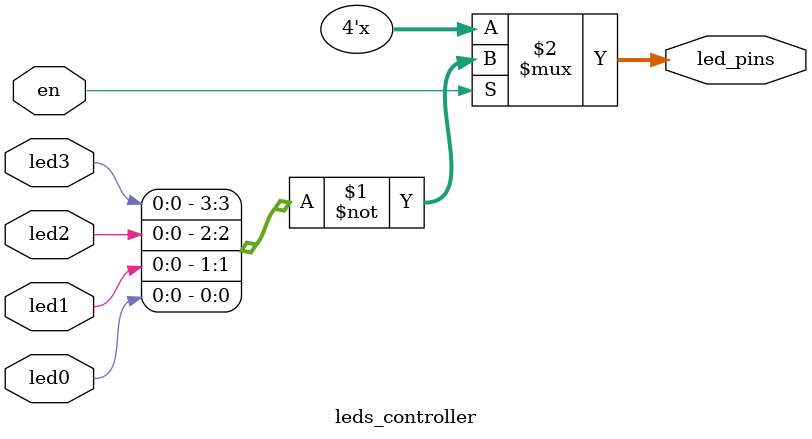
<source format=sv>
module leds_controller (
	input en, led0, led1, led2, led3, 
	output [3:0] led_pins
);	
	assign led_pins = en ? ~{led3, led2, led1, led0} : 'z;
endmodule
</source>
